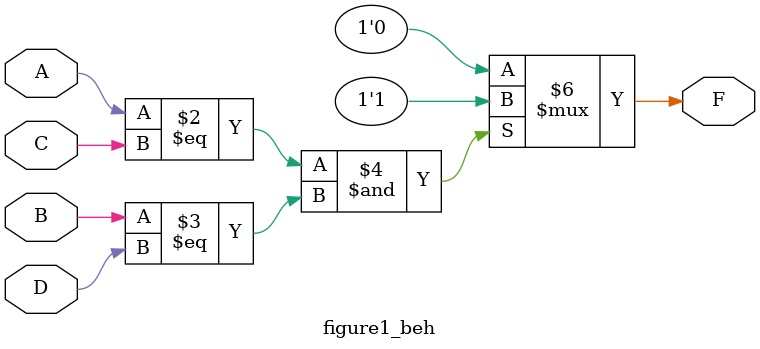
<source format=v>
module decoder2to4(
  input A, B,
  output [3:0] O
);

  assign O[0] = ~A & ~B;
  assign O[1] = ~A & B;
  assign O[2] = A & ~B;
  assign O[3] = A & B;

endmodule


module mux4to1(
  input [3:0]O,
  input S0,S1,
  output reg out
);
  always@(*)
    begin
      if(~S0 & ~S1)out = O[0];
      else if(~S1 & S0)out = O[1];
      else if( S1 & ~S0)out = O[2];
      else if( S1 & S0)out = O[3];
    end
endmodule


module figure1(
  input A,B,C,D,
  output F
);
  wire [3:0]O;
  decoder2to4 dec(.A(A),.B(B), .O(O));
  mux4to1 mx(.O(O),.S0(D),.S1(C),.out(F)); 
endmodule


module figure1_beh(
    input A,B,C,D,
  output reg F
);
  always@(*)
    begin
      if( A == C & B == D) F = 1;
      else F = 0;
    end
endmodule
</source>
